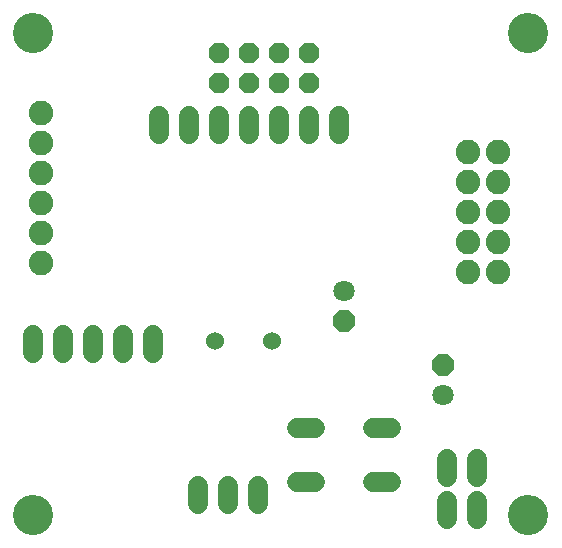
<source format=gbs>
G75*
%MOIN*%
%OFA0B0*%
%FSLAX25Y25*%
%IPPOS*%
%LPD*%
%AMOC8*
5,1,8,0,0,1.08239X$1,22.5*
%
%ADD10C,0.13398*%
%ADD11C,0.06000*%
%ADD12C,0.06800*%
%ADD13C,0.08200*%
%ADD14OC8,0.07100*%
%ADD15C,0.07100*%
%ADD16OC8,0.06800*%
D10*
X0021478Y0013367D03*
X0186478Y0013367D03*
X0186478Y0173867D03*
X0021478Y0173867D03*
D11*
X0081978Y0071367D03*
X0100978Y0071367D03*
D12*
X0109178Y0042267D02*
X0115178Y0042267D01*
X0115178Y0024467D02*
X0109178Y0024467D01*
X0096478Y0022867D02*
X0096478Y0016867D01*
X0086478Y0016867D02*
X0086478Y0022867D01*
X0076478Y0022867D02*
X0076478Y0016867D01*
X0061478Y0067367D02*
X0061478Y0073367D01*
X0051478Y0073367D02*
X0051478Y0067367D01*
X0041478Y0067367D02*
X0041478Y0073367D01*
X0031478Y0073367D02*
X0031478Y0067367D01*
X0021478Y0067367D02*
X0021478Y0073367D01*
X0063478Y0140367D02*
X0063478Y0146367D01*
X0073478Y0146367D02*
X0073478Y0140367D01*
X0083478Y0140367D02*
X0083478Y0146367D01*
X0093478Y0146367D02*
X0093478Y0140367D01*
X0103478Y0140367D02*
X0103478Y0146367D01*
X0113478Y0146367D02*
X0113478Y0140367D01*
X0123478Y0140367D02*
X0123478Y0146367D01*
X0134778Y0042267D02*
X0140778Y0042267D01*
X0140778Y0024467D02*
X0134778Y0024467D01*
X0159478Y0025867D02*
X0159478Y0031867D01*
X0169478Y0031867D02*
X0169478Y0025867D01*
X0169478Y0017867D02*
X0169478Y0011867D01*
X0159478Y0011867D02*
X0159478Y0017867D01*
D13*
X0166478Y0094367D03*
X0166478Y0104367D03*
X0176478Y0104367D03*
X0176478Y0094367D03*
X0176478Y0114367D03*
X0166478Y0114367D03*
X0166478Y0124367D03*
X0176478Y0124367D03*
X0176478Y0134367D03*
X0166478Y0134367D03*
X0023978Y0137367D03*
X0023978Y0127367D03*
X0023978Y0117367D03*
X0023978Y0107367D03*
X0023978Y0097367D03*
X0023978Y0147367D03*
D14*
X0124978Y0077867D03*
X0157978Y0063367D03*
D15*
X0157978Y0053367D03*
X0124978Y0087867D03*
D16*
X0113478Y0157367D03*
X0103478Y0157367D03*
X0093478Y0157367D03*
X0083478Y0157367D03*
X0083478Y0167367D03*
X0093478Y0167367D03*
X0103478Y0167367D03*
X0113478Y0167367D03*
M02*

</source>
